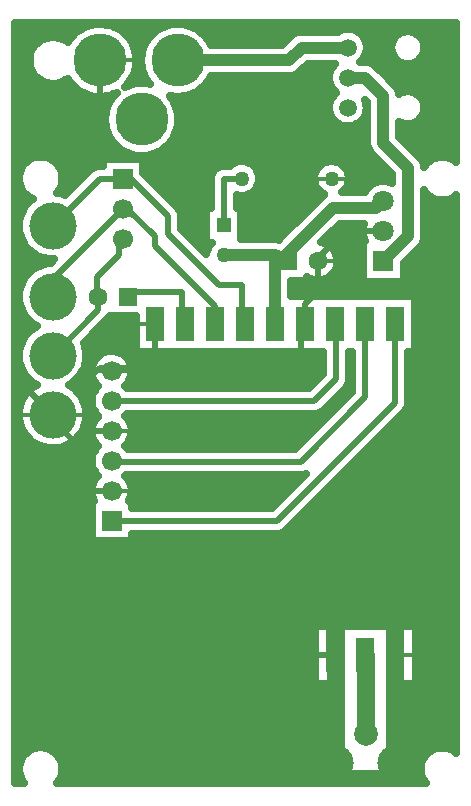
<source format=gbr>
G04 DipTrace 3.0.0.2*
G04 Top.gbr*
%MOMM*%
G04 #@! TF.FileFunction,Copper,L1,Top*
G04 #@! TF.Part,Single*
G04 #@! TA.AperFunction,Conductor*
%ADD13C,0.5*%
G04 #@! TA.AperFunction,ComponentPad*
%ADD14C,1.5*%
G04 #@! TA.AperFunction,Conductor*
%ADD15C,1.0*%
G04 #@! TA.AperFunction,CopperBalancing*
%ADD16C,0.635*%
%ADD17C,0.33*%
G04 #@! TA.AperFunction,ComponentPad*
%ADD18R,1.8X1.8*%
%ADD19C,1.8*%
%ADD20C,4.5*%
%ADD21R,1.6X1.6*%
%ADD22C,1.6*%
%ADD23R,1.6X3.0*%
G04 #@! TA.AperFunction,ComponentPad*
%ADD24C,1.27*%
%ADD25R,1.27X1.27*%
%ADD26C,3.0*%
%ADD27R,1.5X3.0*%
%ADD28C,2.0*%
%ADD29R,1.7X1.7*%
%ADD30C,1.7*%
%ADD31C,1.27*%
%ADD32C,4.0*%
%FSLAX35Y35*%
G04*
G71*
G90*
G75*
G01*
G04 Top*
%LPD*%
X3539757Y4968617D2*
D13*
Y5139757D1*
X3648067Y5248067D1*
Y5500000D1*
X2269757Y4968617D2*
Y4600000D1*
X1930000D1*
X1900000Y4570000D1*
X3539757Y4968617D2*
Y4860243D1*
X3500000Y4900000D1*
Y4600000D1*
X2269757D1*
X1900000Y4062000D2*
X1738000D1*
X1700000Y4100000D1*
Y4500000D1*
X1800000Y4600000D1*
X1870000D1*
X1900000Y4570000D1*
Y3554000D2*
X1746000D1*
X1700000Y3600000D1*
Y3854673D1*
Y4100000D1*
X1800000Y7200000D2*
Y6700000D1*
X1600000Y6500000D1*
X1200000D1*
X1100000Y6400000D1*
Y4500000D1*
X1400000Y4200000D1*
Y4154673D1*
X1700000Y3854673D1*
X4300000Y1500000D2*
D14*
Y2600000D1*
X3793757D1*
Y2168617D1*
X3800000Y1500000D2*
Y2600000D1*
X4301757D1*
Y2168617D1*
X3793757D2*
D13*
X2431383D1*
X1700000Y2900000D1*
Y3600000D1*
X4200000Y5754000D2*
X3879000D1*
X3648067Y5523067D1*
Y5500000D1*
X2460000Y7200000D2*
D15*
X3400000D1*
X3508000Y7308000D1*
X3900000D1*
X2850000Y5550000D2*
X3285757D1*
X3394067Y5500000D1*
X3285757Y4968617D2*
Y5550000D1*
X3394067Y5500000D2*
X3325000D1*
X3775000Y5950000D1*
X4142000D1*
X4200000Y6008000D1*
X4050000Y1500000D2*
D14*
Y2168617D1*
X4047757D1*
X1900000Y3300000D2*
D13*
X3300000D1*
X4301757Y4301757D1*
Y4968617D1*
X4047757D2*
Y4347757D1*
X3500000Y3800000D1*
X1908000D1*
X1900000Y3808000D1*
Y4316000D2*
X3616000D1*
X3800000Y4500000D1*
Y4962373D1*
X3793757Y4968617D1*
X2850000Y5804000D2*
Y6200000D1*
X3000000D1*
X2000000D2*
X2060000D1*
X2380000Y5880000D1*
Y5730000D1*
X2810000Y5300000D1*
X3000000D1*
Y4936860D1*
X3031757Y4968617D1*
X2000000Y6200000D2*
X1800000D1*
X1400000Y5800000D1*
X2777757Y4968617D2*
Y5122243D1*
X2270000Y5630000D1*
Y5710000D1*
X2034000Y5946000D1*
X2000000D1*
X1400000Y5346000D1*
Y5200000D1*
X2040000D2*
Y5240000D1*
X2500000D1*
Y4944860D1*
X2523757Y4968617D1*
X3900000Y7054000D2*
D15*
X4046000D1*
X4200000Y6900000D1*
Y6500000D1*
X4410000Y6290000D1*
Y5710000D1*
X4200000Y5500000D1*
X2000000Y5692000D2*
D13*
X1960000D1*
Y5550000D1*
X1780000Y5370000D1*
Y5200000D1*
X1786000D1*
Y5086000D1*
X1400000Y4700000D1*
X1088100Y7455083D2*
D16*
X1618683D1*
X1981253D2*
X2278737D1*
X2641307D2*
X3832503D1*
X3967490D2*
X4811917D1*
X1088100Y7391917D2*
X1344963D1*
X1465070D2*
X1551093D1*
X2048847D2*
X2211143D1*
X2708900D2*
X3395693D1*
X4041780D2*
X4290520D1*
X4525470D2*
X4811917D1*
X1088100Y7328750D2*
X1246490D1*
X2087543D2*
X2172450D1*
X4064230D2*
X4263857D1*
X4552137D2*
X4811917D1*
X1088100Y7265583D2*
X1210400D1*
X2108627D2*
X2151330D1*
X4059887D2*
X4268940D1*
X4547050D2*
X4811917D1*
X1088100Y7202417D2*
X1199360D1*
X4025657D2*
X4310860D1*
X4505257D2*
X4811917D1*
X1088100Y7139250D2*
X1208787D1*
X2109620D2*
X2150483D1*
X3535517D2*
X3759080D1*
X4156997D2*
X4811917D1*
X1088100Y7076083D2*
X1242520D1*
X2089777D2*
X2170217D1*
X3458003D2*
X3735890D1*
X4220127D2*
X4811917D1*
X1088100Y7012917D2*
X1329957D1*
X1480077D2*
X1547370D1*
X2052693D2*
X2207300D1*
X2712620D2*
X3739733D1*
X4283253D2*
X4811917D1*
X1088100Y6949750D2*
X1611863D1*
X2648130D2*
X3773220D1*
X4331003D2*
X4811917D1*
X1088100Y6886583D2*
X1901953D1*
X2408020D2*
X3759950D1*
X4523487D2*
X4811917D1*
X1088100Y6823417D2*
X1864997D1*
X2444980D2*
X3736137D1*
X4551640D2*
X4811917D1*
X1088100Y6760250D2*
X1845277D1*
X2464697D2*
X3739360D1*
X4547797D2*
X4811917D1*
X1088100Y6697083D2*
X1839323D1*
X2470650D2*
X3772103D1*
X4508233D2*
X4811917D1*
X1088100Y6633917D2*
X1846517D1*
X2463457D2*
X4059343D1*
X4340553D2*
X4811917D1*
X1088100Y6570750D2*
X1867600D1*
X2442373D2*
X4059343D1*
X4340553D2*
X4811917D1*
X1088100Y6507583D2*
X1906543D1*
X2403553D2*
X4059343D1*
X4388673D2*
X4811917D1*
X1088100Y6444417D2*
X1974507D1*
X2335467D2*
X4071497D1*
X4451800D2*
X4811917D1*
X1088100Y6381250D2*
X1260257D1*
X1339680D2*
X4122593D1*
X4514807D2*
X4660360D1*
X4739660D2*
X4811917D1*
X1088100Y6318083D2*
X1152110D1*
X1447830D2*
X1824317D1*
X2175600D2*
X2904807D1*
X3095233D2*
X3666807D1*
X3857233D2*
X4185723D1*
X1482310Y6254917D2*
X1694090D1*
X2175600D2*
X2749157D1*
X3143603D2*
X3618440D1*
X3905603D2*
X4248850D1*
X1490493Y6191750D2*
X1630840D1*
X2229053D2*
X2734400D1*
X3153897D2*
X3608143D1*
X3915897D2*
X4269437D1*
X1088100Y6128583D2*
X1123707D1*
X1476230D2*
X1567710D1*
X2292307D2*
X2734400D1*
X3135790D2*
X3626253D1*
X3897790D2*
X4067777D1*
X1088100Y6065417D2*
X1167737D1*
X2355433D2*
X2734400D1*
X3067453D2*
X3694590D1*
X1088100Y6002250D2*
X1193903D1*
X2418560D2*
X2734400D1*
X2965630D2*
X3631090D1*
X4550650D2*
X4811917D1*
X1088100Y5939083D2*
X1145660D1*
X2478217D2*
X2695827D1*
X3004200D2*
X3567837D1*
X4550650D2*
X4811917D1*
X2495580Y5875917D2*
X2695827D1*
X3004200D2*
X3504710D1*
X4550650D2*
X4811917D1*
X2495580Y5812750D2*
X2695827D1*
X3004200D2*
X3441580D1*
X3833917D2*
X4029577D1*
X4550650D2*
X4811917D1*
X2521253Y5749583D2*
X2695827D1*
X3004200D2*
X3378330D1*
X3770790D2*
X4019407D1*
X4550650D2*
X4811917D1*
X1088100Y5686417D2*
X1133010D1*
X2584503D2*
X2695827D1*
X3004200D2*
X3315200D1*
X3707660D2*
X4033050D1*
X4548540D2*
X4811917D1*
X1088100Y5623250D2*
X1170960D1*
X2647633D2*
X2715300D1*
X3763100D2*
X4019407D1*
X4518773D2*
X4811917D1*
X1088100Y5560083D2*
X1241157D1*
X3807377D2*
X4019407D1*
X4456267D2*
X4811917D1*
X1088100Y5496917D2*
X1390110D1*
X3818663D2*
X4019407D1*
X4393140D2*
X4811917D1*
X1088100Y5433750D2*
X1231857D1*
X3804770D2*
X4019407D1*
X4380613D2*
X4811917D1*
X1088100Y5370583D2*
X1166247D1*
X3755657D2*
X4019407D1*
X4380613D2*
X4811917D1*
X1088100Y5307417D2*
X1130403D1*
X3426377D2*
X4811917D1*
X3426377Y5244250D2*
X4811917D1*
X4472390Y5181083D2*
X4811917D1*
X1088100Y5117917D2*
X1121473D1*
X4472390D2*
X4811917D1*
X1088100Y5054750D2*
X1149257D1*
X4472390D2*
X4811917D1*
X1088100Y4991583D2*
X1200353D1*
X1852393D2*
X2099150D1*
X4472390D2*
X4811917D1*
X1088100Y4928417D2*
X1224413D1*
X1789267D2*
X2099150D1*
X4472390D2*
X4811917D1*
X1088100Y4865250D2*
X1162280D1*
X1726140D2*
X2099150D1*
X4472390D2*
X4811917D1*
X1088100Y4802083D2*
X1128297D1*
X1671693D2*
X2099150D1*
X4472390D2*
X4811917D1*
X1687940Y4738917D2*
X1882360D1*
X1917553D2*
X2099150D1*
X4472390D2*
X4811917D1*
X1689550Y4675750D2*
X1761437D1*
X2038553D2*
X3684420D1*
X4417323D2*
X4811917D1*
X1088100Y4612583D2*
X1123087D1*
X1676900D2*
X1729810D1*
X2070180D2*
X3684420D1*
X4417323D2*
X4811917D1*
X1088100Y4549417D2*
X1152480D1*
X1647507D2*
X1725593D1*
X2074397D2*
X3684420D1*
X4417323D2*
X4811917D1*
X1088100Y4486250D2*
X1206183D1*
X1593807D2*
X1746553D1*
X2053437D2*
X3625383D1*
X4417323D2*
X4811917D1*
X1088100Y4423083D2*
X1217470D1*
X1582520D2*
X1762553D1*
X3883900D2*
X3932057D1*
X4417323D2*
X4811917D1*
X1088100Y4359917D2*
X1158557D1*
X1641430D2*
X1730183D1*
X3820770D2*
X3899103D1*
X4417323D2*
X4811917D1*
X1088100Y4296750D2*
X1126310D1*
X1673677D2*
X1725470D1*
X3757643D2*
X3835850D1*
X4417200D2*
X4811917D1*
X1688683Y4233583D2*
X1745810D1*
X3694020D2*
X3772723D1*
X4393510D2*
X4811917D1*
X1689057Y4170417D2*
X1763667D1*
X2036320D2*
X3709597D1*
X4331250D2*
X4811917D1*
X1088100Y4107250D2*
X1124947D1*
X1675040D2*
X1730553D1*
X2069437D2*
X3646343D1*
X4268123D2*
X4811917D1*
X1088100Y4044083D2*
X1155953D1*
X1644037D2*
X1725343D1*
X2074643D2*
X3583217D1*
X4204997D2*
X4811917D1*
X1088100Y3980917D2*
X1212507D1*
X1587480D2*
X1745063D1*
X2054923D2*
X3520087D1*
X4141743D2*
X4811917D1*
X1088100Y3917750D2*
X1359600D1*
X1440390D2*
X1764783D1*
X2035203D2*
X3456837D1*
X4078617D2*
X4811917D1*
X1088100Y3854583D2*
X1730927D1*
X4015487D2*
X4811917D1*
X1088100Y3791417D2*
X1725220D1*
X3952237D2*
X4811917D1*
X1088100Y3728250D2*
X1744320D1*
X3889107D2*
X4811917D1*
X1088100Y3665083D2*
X1765900D1*
X2034090D2*
X3504213D1*
X3825980D2*
X4811917D1*
X1088100Y3601917D2*
X1731297D1*
X2068690D2*
X3441087D1*
X3762727D2*
X4811917D1*
X1088100Y3538750D2*
X1725097D1*
X2074893D2*
X3377833D1*
X3699600D2*
X4811917D1*
X1088100Y3475583D2*
X1743577D1*
X2056413D2*
X3314707D1*
X3636470D2*
X4811917D1*
X1088100Y3412417D2*
X1724353D1*
X2075637D2*
X3251577D1*
X3573220D2*
X4811917D1*
X1088100Y3349250D2*
X1724353D1*
X3510093D2*
X4811917D1*
X1088100Y3286083D2*
X1724353D1*
X3446963D2*
X4811917D1*
X1088100Y3222917D2*
X1724353D1*
X3383837D2*
X4811917D1*
X1088100Y3159750D2*
X1724353D1*
X2075637D2*
X4811917D1*
X1088100Y3096583D2*
X4811917D1*
X1088100Y3033417D2*
X4811917D1*
X1088100Y2970250D2*
X4811917D1*
X1088100Y2907083D2*
X4811917D1*
X1088100Y2843917D2*
X4811917D1*
X1088100Y2780750D2*
X4811917D1*
X1088100Y2717583D2*
X4811917D1*
X1088100Y2654417D2*
X4811917D1*
X1088100Y2591250D2*
X4811917D1*
X1088100Y2528083D2*
X3361957D1*
X1088100Y2464917D2*
X3361957D1*
X1088100Y2401750D2*
X3361957D1*
X1088100Y2338583D2*
X3361957D1*
X1088100Y2275417D2*
X3361957D1*
X1088100Y2212250D2*
X3361957D1*
X1088100Y2149083D2*
X3361957D1*
X1088100Y2085917D2*
X3361957D1*
X1088100Y2022750D2*
X3361957D1*
X1088100Y1959583D2*
X3361957D1*
X1088100Y1896417D2*
X3361957D1*
X1088100Y1833250D2*
X3361957D1*
X1088100Y1770083D2*
X3361957D1*
X1088100Y1706917D2*
X3361957D1*
X1088100Y1643750D2*
X3361957D1*
X1088100Y1580583D2*
X3361957D1*
X1088100Y1517417D2*
X3361957D1*
X1088100Y1454250D2*
X3361957D1*
X1088100Y1391083D2*
X3361957D1*
X1088100Y1327917D2*
X1161037D1*
X1439023D2*
X3361957D1*
X1088100Y1264750D2*
X1121103D1*
X1478837D2*
X3361957D1*
X1490617Y1201583D2*
X3361957D1*
X1088100Y1138417D2*
X1119987D1*
X1480077D2*
X3361957D1*
X4374290Y5484410D2*
Y5325710D1*
X4025710D1*
Y5674290D1*
X4044933D1*
X4035467Y5696500D1*
X4028863Y5721003D1*
X4025883Y5746203D1*
X4026597Y5771573D1*
X4030987Y5796567D1*
X4037030Y5815743D1*
X3830577Y5815710D1*
X3676760Y5661843D1*
X3698540Y5656347D1*
X3722013Y5646707D1*
X3743720Y5633570D1*
X3763150Y5617250D1*
X3779833Y5598130D1*
X3793370Y5576667D1*
X3803443Y5553377D1*
X3809810Y5528813D1*
X3812317Y5503563D1*
X3811253Y5480993D1*
X3806380Y5456090D1*
X3797730Y5432237D1*
X3785510Y5409997D1*
X3770010Y5389907D1*
X3751603Y5372440D1*
X3730727Y5358020D1*
X3707877Y5346983D1*
X3683600Y5339600D1*
X3658477Y5336040D1*
X3633103Y5336393D1*
X3608087Y5340650D1*
X3584027Y5348707D1*
X3561493Y5360370D1*
X3558347Y5362407D1*
X3558357Y5335710D1*
X3420070D1*
X3420047Y5202860D1*
X4466047Y5202907D1*
Y4734327D1*
X4411103D1*
X4410710Y4293183D1*
X4408027Y4276243D1*
X4402727Y4259933D1*
X4394943Y4244653D1*
X4384860Y4230777D1*
X4266783Y4112223D1*
X3370977Y3216897D1*
X3357103Y3206813D1*
X3341823Y3199030D1*
X3325513Y3193730D1*
X3308573Y3191047D1*
X3141250Y3190710D1*
X2069317D1*
X2069290Y3130710D1*
X1730710D1*
Y3469290D1*
X1753407D1*
X1741917Y3493433D1*
X1734637Y3517743D1*
X1731077Y3542867D1*
X1731310Y3568243D1*
X1735333Y3593297D1*
X1743060Y3617470D1*
X1754310Y3640217D1*
X1768833Y3661023D1*
X1786303Y3679430D1*
X1788080Y3680977D1*
X1771270Y3698053D1*
X1755657Y3719547D1*
X1743597Y3743217D1*
X1735387Y3768480D1*
X1731233Y3794717D1*
Y3821283D1*
X1735387Y3847520D1*
X1743597Y3872783D1*
X1755657Y3896453D1*
X1771270Y3917947D1*
X1788110Y3934930D1*
X1770900Y3952493D1*
X1755980Y3973020D1*
X1744297Y3995547D1*
X1736113Y4019567D1*
X1731613Y4044540D1*
X1730893Y4069907D1*
X1733977Y4095097D1*
X1740790Y4119540D1*
X1751177Y4142693D1*
X1764910Y4164030D1*
X1781680Y4183077D1*
X1788080Y4188977D1*
X1771270Y4206053D1*
X1755657Y4227547D1*
X1743597Y4251217D1*
X1735387Y4276480D1*
X1731233Y4302717D1*
Y4329283D1*
X1735387Y4355520D1*
X1743597Y4380783D1*
X1755657Y4404453D1*
X1771270Y4425947D1*
X1788110Y4442930D1*
X1770900Y4460493D1*
X1755980Y4481020D1*
X1744297Y4503547D1*
X1736113Y4527567D1*
X1731613Y4552540D1*
X1730893Y4577907D1*
X1733977Y4603097D1*
X1740790Y4627540D1*
X1751177Y4650693D1*
X1764910Y4672030D1*
X1781680Y4691077D1*
X1801107Y4707403D1*
X1822757Y4720640D1*
X1846143Y4730493D1*
X1870737Y4736743D1*
X1895990Y4739243D1*
X1921333Y4737940D1*
X1946197Y4732867D1*
X1970020Y4724130D1*
X1992273Y4711933D1*
X2012453Y4696543D1*
X2030103Y4678313D1*
X2044833Y4657650D1*
X2056307Y4635017D1*
X2064270Y4610920D1*
X2068540Y4585907D1*
X2069170Y4563650D1*
X2066320Y4538437D1*
X2059733Y4513930D1*
X2049560Y4490683D1*
X2036023Y4469220D1*
X2019430Y4450020D1*
X2011900Y4443003D1*
X2029277Y4425253D1*
X3570720Y4425290D1*
X3690700Y4545260D1*
X3690710Y4734280D1*
X2613467Y4734327D1*
X2105467D1*
Y5035727D1*
X1883027Y5035710D1*
X1874417Y5021760D1*
X1863280Y5008720D1*
X1662890Y4808330D1*
X1670377Y4787850D1*
X1676437Y4766367D1*
X1680790Y4744473D1*
X1683413Y4722307D1*
X1684290Y4700000D1*
X1683413Y4677693D1*
X1680790Y4655527D1*
X1676437Y4633633D1*
X1670377Y4612150D1*
X1662650Y4591207D1*
X1653303Y4570937D1*
X1642397Y4551460D1*
X1629997Y4532900D1*
X1616177Y4515370D1*
X1601023Y4498977D1*
X1584630Y4483823D1*
X1567100Y4470003D1*
X1535227Y4450147D1*
X1561380Y4434047D1*
X1586460Y4414600D1*
X1609213Y4392483D1*
X1629363Y4367967D1*
X1646653Y4341360D1*
X1660873Y4312990D1*
X1671840Y4283210D1*
X1679420Y4252397D1*
X1683520Y4220927D1*
X1684220Y4193650D1*
X1681740Y4162013D1*
X1675753Y4130850D1*
X1666327Y4100550D1*
X1653583Y4071487D1*
X1637683Y4044027D1*
X1618817Y4018507D1*
X1597227Y3995250D1*
X1573180Y3974547D1*
X1546973Y3956650D1*
X1518937Y3941787D1*
X1489417Y3930140D1*
X1458783Y3921853D1*
X1427420Y3917037D1*
X1395713Y3915743D1*
X1364057Y3917990D1*
X1332853Y3923753D1*
X1302483Y3932960D1*
X1273330Y3945490D1*
X1245753Y3961193D1*
X1220100Y3979873D1*
X1196687Y4001293D1*
X1175807Y4025190D1*
X1157720Y4051267D1*
X1142653Y4079193D1*
X1130793Y4108627D1*
X1122287Y4139200D1*
X1117240Y4170530D1*
X1115720Y4202227D1*
X1117737Y4233897D1*
X1123273Y4265143D1*
X1132257Y4295577D1*
X1144577Y4324823D1*
X1160080Y4352510D1*
X1178573Y4378300D1*
X1199823Y4401867D1*
X1223570Y4422920D1*
X1249513Y4441193D1*
X1264673Y4450000D1*
X1232900Y4470003D1*
X1215370Y4483823D1*
X1198977Y4498977D1*
X1183823Y4515370D1*
X1170003Y4532900D1*
X1157603Y4551460D1*
X1146697Y4570937D1*
X1137350Y4591207D1*
X1129623Y4612150D1*
X1123563Y4633633D1*
X1119210Y4655527D1*
X1116587Y4677693D1*
X1115710Y4700000D1*
X1116587Y4722307D1*
X1119210Y4744473D1*
X1123563Y4766367D1*
X1129623Y4787850D1*
X1137350Y4808793D1*
X1146697Y4829063D1*
X1157603Y4848540D1*
X1170003Y4867100D1*
X1183823Y4884630D1*
X1198977Y4901023D1*
X1215370Y4916177D1*
X1232900Y4929997D1*
X1264773Y4949853D1*
X1232900Y4970003D1*
X1215370Y4983823D1*
X1198977Y4998977D1*
X1183823Y5015370D1*
X1170003Y5032900D1*
X1157603Y5051460D1*
X1146697Y5070937D1*
X1137350Y5091207D1*
X1129623Y5112150D1*
X1123563Y5133633D1*
X1119210Y5155527D1*
X1116587Y5177693D1*
X1115710Y5200000D1*
X1116587Y5222307D1*
X1119210Y5244473D1*
X1123563Y5266367D1*
X1129623Y5287850D1*
X1137350Y5308793D1*
X1146697Y5329063D1*
X1157603Y5348540D1*
X1170003Y5367100D1*
X1183823Y5384630D1*
X1198977Y5401023D1*
X1215370Y5416177D1*
X1232900Y5429997D1*
X1251460Y5442397D1*
X1270937Y5453303D1*
X1291207Y5462650D1*
X1312150Y5470377D1*
X1333633Y5476437D1*
X1355527Y5480790D1*
X1383183Y5483630D1*
X1415593Y5516153D1*
X1377693Y5516587D1*
X1355527Y5519210D1*
X1333633Y5523563D1*
X1312150Y5529623D1*
X1291207Y5537350D1*
X1270937Y5546697D1*
X1251460Y5557603D1*
X1232900Y5570003D1*
X1215370Y5583823D1*
X1198977Y5598977D1*
X1183823Y5615370D1*
X1170003Y5632900D1*
X1157603Y5651460D1*
X1146697Y5670937D1*
X1137350Y5691207D1*
X1129623Y5712150D1*
X1123563Y5733633D1*
X1119210Y5755527D1*
X1116587Y5777693D1*
X1115710Y5800000D1*
X1116587Y5822307D1*
X1119210Y5844473D1*
X1123563Y5866367D1*
X1129623Y5887850D1*
X1137350Y5908793D1*
X1146697Y5929063D1*
X1157603Y5948540D1*
X1170003Y5967100D1*
X1183823Y5984630D1*
X1198977Y6001023D1*
X1215370Y6016177D1*
X1231460Y6028863D1*
X1203710Y6042867D1*
X1180313Y6059863D1*
X1159863Y6080313D1*
X1142867Y6103710D1*
X1129737Y6129477D1*
X1120803Y6156980D1*
X1116277Y6185540D1*
Y6214460D1*
X1120803Y6243020D1*
X1129737Y6270523D1*
X1142867Y6296290D1*
X1159863Y6319687D1*
X1180313Y6340137D1*
X1203710Y6357133D1*
X1229477Y6370263D1*
X1256980Y6379197D1*
X1285540Y6383723D1*
X1314460D1*
X1343020Y6379197D1*
X1370523Y6370263D1*
X1396290Y6357133D1*
X1419687Y6340137D1*
X1440137Y6319687D1*
X1457133Y6296290D1*
X1470263Y6270523D1*
X1479197Y6243020D1*
X1483723Y6214460D1*
Y6185540D1*
X1479197Y6156980D1*
X1470263Y6129477D1*
X1457133Y6103710D1*
X1440940Y6081333D1*
X1466367Y6076437D1*
X1487850Y6070377D1*
X1508383Y6062800D1*
X1729023Y6283103D1*
X1742897Y6293187D1*
X1758177Y6300970D1*
X1774487Y6306270D1*
X1791427Y6308953D1*
X1830633Y6309290D1*
X1830710Y6369290D1*
X2169290D1*
Y6245143D1*
X2463103Y5950977D1*
X2473187Y5937103D1*
X2480970Y5921823D1*
X2486270Y5905513D1*
X2488953Y5888573D1*
X2489290Y5775200D1*
X2702747Y5561813D1*
X2706293Y5584500D1*
X2713460Y5606557D1*
X2723987Y5627220D1*
X2737620Y5645983D1*
X2747327Y5656197D1*
X2702210Y5656210D1*
Y5951790D1*
X2740783D1*
X2741047Y6208573D1*
X2743730Y6225513D1*
X2749030Y6241823D1*
X2756813Y6257103D1*
X2766897Y6270977D1*
X2779023Y6283103D1*
X2792897Y6293187D1*
X2808177Y6300970D1*
X2824487Y6306270D1*
X2841427Y6308953D1*
X2900477Y6309290D1*
X2913130Y6319563D1*
X2932903Y6331683D1*
X2954330Y6340557D1*
X2976880Y6345970D1*
X3000000Y6347790D1*
X3023120Y6345970D1*
X3045670Y6340557D1*
X3067097Y6331683D1*
X3086870Y6319563D1*
X3104503Y6304503D1*
X3119563Y6286870D1*
X3131683Y6267097D1*
X3140557Y6245670D1*
X3145970Y6223120D1*
X3147790Y6200000D1*
X3145970Y6176880D1*
X3140557Y6154330D1*
X3131683Y6132903D1*
X3119563Y6113130D1*
X3104503Y6095497D1*
X3086870Y6080437D1*
X3067097Y6068317D1*
X3045670Y6059443D1*
X3023120Y6054030D1*
X3000000Y6052210D1*
X2976880Y6054030D1*
X2959260Y6058053D1*
X2959290Y5951830D1*
X2997790Y5951790D1*
Y5684270D1*
X3296293Y5683877D1*
X3312947Y5681473D1*
X3319847Y5684760D1*
X3687787Y6052117D1*
X3696853Y6059170D1*
X3697900Y6066833D1*
X3681313Y6076180D1*
X3666067Y6087577D1*
X3652413Y6100843D1*
X3640577Y6115750D1*
X3630753Y6132057D1*
X3623107Y6149493D1*
X3617767Y6167767D1*
X3614820Y6186573D1*
X3614317Y6205603D1*
X3616260Y6224540D1*
X3620627Y6243070D1*
X3627333Y6260887D1*
X3636277Y6277690D1*
X3647307Y6293207D1*
X3660240Y6307177D1*
X3674860Y6319367D1*
X3690927Y6329580D1*
X3708173Y6337640D1*
X3726313Y6343417D1*
X3745043Y6346813D1*
X3764057Y6347777D1*
X3783033Y6346287D1*
X3801663Y6342367D1*
X3819637Y6336090D1*
X3836650Y6327550D1*
X3852427Y6316897D1*
X3866703Y6304303D1*
X3879240Y6289980D1*
X3889833Y6274163D1*
X3898307Y6257117D1*
X3904520Y6239120D1*
X3908363Y6220477D1*
X3909790Y6200000D1*
X3908563Y6181003D1*
X3904907Y6162320D1*
X3898877Y6144263D1*
X3890577Y6127130D1*
X3880143Y6111210D1*
X3867750Y6096760D1*
X3853890Y6084260D1*
X4043263Y6084290D1*
X4058997Y6110447D1*
X4076760Y6131240D1*
X4097553Y6149003D1*
X4120873Y6163293D1*
X4146140Y6173760D1*
X4172737Y6180143D1*
X4200000Y6182290D1*
X4227263Y6180143D1*
X4253860Y6173760D1*
X4275777Y6164837D1*
X4275710Y6234497D1*
X4097887Y6412787D1*
X4085500Y6429833D1*
X4075933Y6448610D1*
X4069420Y6468650D1*
X4066123Y6489463D1*
X4065710Y6595250D1*
Y6844413D1*
X4045670Y6864413D1*
X4051493Y6849223D1*
X4057330Y6824920D1*
X4059290Y6800000D1*
X4057330Y6775080D1*
X4051493Y6750777D1*
X4041930Y6727683D1*
X4028867Y6706373D1*
X4012637Y6687363D1*
X3993627Y6671133D1*
X3972317Y6658070D1*
X3949223Y6648507D1*
X3924920Y6642670D1*
X3900000Y6640710D1*
X3875080Y6642670D1*
X3850777Y6648507D1*
X3827683Y6658070D1*
X3806373Y6671133D1*
X3787363Y6687363D1*
X3771133Y6706373D1*
X3758070Y6727683D1*
X3748507Y6750777D1*
X3742670Y6775080D1*
X3740710Y6800000D1*
X3742670Y6824920D1*
X3748507Y6849223D1*
X3758070Y6872317D1*
X3771133Y6893627D1*
X3787363Y6912637D1*
X3803953Y6926963D1*
X3787363Y6941363D1*
X3771133Y6960373D1*
X3758070Y6981683D1*
X3748507Y7004777D1*
X3742670Y7029080D1*
X3740710Y7054000D1*
X3742670Y7078920D1*
X3748507Y7103223D1*
X3758070Y7126317D1*
X3771133Y7147627D1*
X3787363Y7166637D1*
X3795080Y7173767D1*
X3563523Y7173710D1*
X3487213Y7097887D1*
X3470167Y7085500D1*
X3451390Y7075933D1*
X3431350Y7069420D1*
X3410537Y7066123D1*
X3304750Y7065710D1*
X2738583D1*
X2723713Y7038397D1*
X2710220Y7018203D1*
X2695187Y6999133D1*
X2678700Y6981300D1*
X2660867Y6964813D1*
X2641797Y6949780D1*
X2621603Y6936287D1*
X2600413Y6924420D1*
X2578360Y6914253D1*
X2555577Y6905847D1*
X2532203Y6899257D1*
X2508383Y6894517D1*
X2484267Y6891663D1*
X2460000Y6890710D1*
X2435733Y6891663D1*
X2411617Y6894517D1*
X2392357Y6898350D1*
X2405220Y6881797D1*
X2418713Y6861603D1*
X2430580Y6840413D1*
X2440747Y6818360D1*
X2449153Y6795577D1*
X2455743Y6772203D1*
X2460483Y6748383D1*
X2463337Y6724267D1*
X2464290Y6700000D1*
X2463337Y6675733D1*
X2460483Y6651617D1*
X2455743Y6627797D1*
X2449153Y6604423D1*
X2440747Y6581640D1*
X2430580Y6559587D1*
X2418713Y6538397D1*
X2405220Y6518203D1*
X2390187Y6499133D1*
X2373700Y6481300D1*
X2355867Y6464813D1*
X2336797Y6449780D1*
X2316603Y6436287D1*
X2295413Y6424420D1*
X2273360Y6414253D1*
X2250577Y6405847D1*
X2227203Y6399257D1*
X2203383Y6394517D1*
X2179267Y6391663D1*
X2155000Y6390710D1*
X2130733Y6391663D1*
X2106617Y6394517D1*
X2082797Y6399257D1*
X2059423Y6405847D1*
X2036640Y6414253D1*
X2014587Y6424420D1*
X1993397Y6436287D1*
X1973203Y6449780D1*
X1954133Y6464813D1*
X1936300Y6481300D1*
X1919813Y6499133D1*
X1904780Y6518203D1*
X1891287Y6538397D1*
X1879420Y6559587D1*
X1869253Y6581640D1*
X1860847Y6604423D1*
X1854257Y6627797D1*
X1849517Y6651617D1*
X1846663Y6675733D1*
X1845710Y6700000D1*
X1846663Y6724267D1*
X1849517Y6748383D1*
X1854257Y6772203D1*
X1860847Y6795577D1*
X1869253Y6818360D1*
X1879420Y6840413D1*
X1891287Y6861603D1*
X1904780Y6881797D1*
X1919813Y6900867D1*
X1945147Y6926880D1*
X1914723Y6912773D1*
X1884687Y6902530D1*
X1853757Y6895417D1*
X1822263Y6891513D1*
X1790533Y6890853D1*
X1758903Y6893453D1*
X1727707Y6899277D1*
X1697270Y6908270D1*
X1667917Y6920333D1*
X1639953Y6935340D1*
X1613673Y6953133D1*
X1589357Y6973527D1*
X1567260Y6996303D1*
X1547610Y7021227D1*
X1531700Y7046163D1*
X1509130Y7030077D1*
X1481263Y7015880D1*
X1451523Y7006217D1*
X1420637Y7001323D1*
X1389363D1*
X1358477Y7006217D1*
X1328737Y7015880D1*
X1300870Y7030077D1*
X1275570Y7048460D1*
X1253460Y7070570D1*
X1235077Y7095870D1*
X1220880Y7123737D1*
X1211217Y7153477D1*
X1206323Y7184363D1*
Y7215637D1*
X1211217Y7246523D1*
X1220880Y7276263D1*
X1235077Y7304130D1*
X1253460Y7329430D1*
X1275570Y7351540D1*
X1300870Y7369923D1*
X1328737Y7384120D1*
X1358477Y7393783D1*
X1389363Y7398677D1*
X1420637D1*
X1451523Y7393783D1*
X1481263Y7384120D1*
X1509130Y7369923D1*
X1531597Y7353773D1*
X1551200Y7383737D1*
X1571337Y7408263D1*
X1593883Y7430600D1*
X1618600Y7450507D1*
X1645223Y7467777D1*
X1673480Y7482230D1*
X1703067Y7493707D1*
X1733673Y7502093D1*
X1764980Y7507300D1*
X1796657Y7509273D1*
X1828367Y7507987D1*
X1859777Y7503460D1*
X1890560Y7495737D1*
X1920387Y7484900D1*
X1948947Y7471063D1*
X1975940Y7454373D1*
X2001080Y7435003D1*
X2024103Y7413160D1*
X2044767Y7389073D1*
X2062853Y7362997D1*
X2078173Y7335203D1*
X2090563Y7305983D1*
X2099897Y7275650D1*
X2106070Y7244520D1*
X2109020Y7212923D1*
X2108703Y7180963D1*
X2105127Y7149427D1*
X2098340Y7118427D1*
X2088410Y7088283D1*
X2075443Y7059317D1*
X2059577Y7031833D1*
X2040977Y7006117D1*
X2019840Y6982443D1*
X2010670Y6973553D1*
X2036640Y6985747D1*
X2059423Y6994153D1*
X2082797Y7000743D1*
X2106617Y7005483D1*
X2130733Y7008337D1*
X2155000Y7009290D1*
X2179267Y7008337D1*
X2203383Y7005483D1*
X2222643Y7001650D1*
X2209780Y7018203D1*
X2196287Y7038397D1*
X2184420Y7059587D1*
X2174253Y7081640D1*
X2165847Y7104423D1*
X2159257Y7127797D1*
X2154517Y7151617D1*
X2151663Y7175733D1*
X2150710Y7200000D1*
X2151663Y7224267D1*
X2154517Y7248383D1*
X2159257Y7272203D1*
X2165847Y7295577D1*
X2174253Y7318360D1*
X2184420Y7340413D1*
X2196287Y7361603D1*
X2209780Y7381797D1*
X2224813Y7400867D1*
X2241300Y7418700D1*
X2259133Y7435187D1*
X2278203Y7450220D1*
X2298397Y7463713D1*
X2319587Y7475580D1*
X2341640Y7485747D1*
X2364423Y7494153D1*
X2387797Y7500743D1*
X2411617Y7505483D1*
X2435733Y7508337D1*
X2460000Y7509290D1*
X2484267Y7508337D1*
X2508383Y7505483D1*
X2532203Y7500743D1*
X2555577Y7494153D1*
X2578360Y7485747D1*
X2600413Y7475580D1*
X2621603Y7463713D1*
X2641797Y7450220D1*
X2660867Y7435187D1*
X2678700Y7418700D1*
X2695187Y7400867D1*
X2710220Y7381797D1*
X2723713Y7361603D1*
X2738400Y7334297D1*
X3344410Y7334290D1*
X3420787Y7410113D1*
X3437833Y7422500D1*
X3456610Y7432067D1*
X3476650Y7438580D1*
X3497463Y7441877D1*
X3603250Y7442290D1*
X3814213D1*
X3839043Y7455163D1*
X3862813Y7462890D1*
X3887503Y7466800D1*
X3912497D1*
X3937187Y7462890D1*
X3960957Y7455163D1*
X3983230Y7443817D1*
X4003450Y7429127D1*
X4021127Y7411450D1*
X4035817Y7391230D1*
X4047163Y7368957D1*
X4054890Y7345187D1*
X4058800Y7320497D1*
Y7295503D1*
X4054890Y7270813D1*
X4047163Y7247043D1*
X4035817Y7224770D1*
X4021127Y7204550D1*
X4004920Y7188233D1*
X4056537Y7187877D1*
X4077350Y7184580D1*
X4097390Y7178067D1*
X4116167Y7168500D1*
X4133213Y7156113D1*
X4208310Y7081607D1*
X4302113Y6987213D1*
X4314500Y6970167D1*
X4324067Y6951390D1*
X4330580Y6931350D1*
X4332747Y6920067D1*
X4335220Y6918763D1*
X4354697Y6928687D1*
X4375483Y6935440D1*
X4397070Y6938860D1*
X4418930D1*
X4440517Y6935440D1*
X4461303Y6928687D1*
X4480780Y6918763D1*
X4498460Y6905917D1*
X4513917Y6890460D1*
X4526763Y6872780D1*
X4536687Y6853303D1*
X4543440Y6832517D1*
X4546860Y6810930D1*
Y6789070D1*
X4543440Y6767483D1*
X4536687Y6746697D1*
X4526763Y6727220D1*
X4513917Y6709540D1*
X4498460Y6694083D1*
X4480780Y6681237D1*
X4461303Y6671313D1*
X4440517Y6664560D1*
X4418930Y6661140D1*
X4397070D1*
X4375483Y6664560D1*
X4354697Y6671313D1*
X4334263Y6681877D1*
X4334290Y6555587D1*
X4512113Y6377213D1*
X4524500Y6360167D1*
X4534067Y6341390D1*
X4540580Y6321350D1*
X4543913Y6299590D1*
X4569687Y6330313D1*
X4591677Y6349093D1*
X4616333Y6364203D1*
X4643050Y6375270D1*
X4671170Y6382020D1*
X4700000Y6384290D1*
X4728830Y6382020D1*
X4756950Y6375270D1*
X4783667Y6364203D1*
X4808323Y6349093D1*
X4818250Y6341750D1*
Y7518250D1*
X1081750D1*
Y1081750D1*
X1158770D1*
X1142867Y1103710D1*
X1129737Y1129477D1*
X1120803Y1156980D1*
X1116277Y1185540D1*
Y1214460D1*
X1120803Y1243020D1*
X1129737Y1270523D1*
X1142867Y1296290D1*
X1159863Y1319687D1*
X1180313Y1340137D1*
X1203710Y1357133D1*
X1229477Y1370263D1*
X1256980Y1379197D1*
X1285540Y1383723D1*
X1314460D1*
X1343020Y1379197D1*
X1370523Y1370263D1*
X1396290Y1357133D1*
X1419687Y1340137D1*
X1440137Y1319687D1*
X1457133Y1296290D1*
X1470263Y1270523D1*
X1479197Y1243020D1*
X1483723Y1214460D1*
Y1185540D1*
X1479197Y1156980D1*
X1470263Y1129477D1*
X1457133Y1103710D1*
X1441220Y1081690D1*
X3368250Y1081750D1*
X3368640Y2504967D1*
X3371710Y2514413D1*
X3377550Y2522450D1*
X3385587Y2528290D1*
X3395033Y2531360D1*
X3431750Y2531750D1*
X4818250D1*
Y6058603D1*
X4796290Y6042867D1*
X4770523Y6029737D1*
X4743020Y6020803D1*
X4714460Y6016277D1*
X4685540D1*
X4656980Y6020803D1*
X4629477Y6029737D1*
X4603710Y6042867D1*
X4580313Y6059863D1*
X4559863Y6080313D1*
X4544280Y6101593D1*
X4543877Y5699463D1*
X4540580Y5678650D1*
X4534067Y5658610D1*
X4524500Y5639833D1*
X4512117Y5622787D1*
X4437607Y5547690D1*
X4374377Y5484460D1*
X3938577Y4734327D2*
X3909307D1*
X3908953Y4491427D1*
X3906270Y4474487D1*
X3900970Y4458177D1*
X3893187Y4442897D1*
X3883107Y4429020D1*
X3765027Y4310467D1*
X3686980Y4232893D1*
X3673103Y4222813D1*
X3657823Y4215030D1*
X3641513Y4209730D1*
X3624573Y4207047D1*
X3457250Y4206710D1*
X2028730Y4206053D1*
X2011890Y4189070D1*
X2030103Y4170313D1*
X2044833Y4149650D1*
X2056307Y4127017D1*
X2064270Y4102920D1*
X2068540Y4077907D1*
X2069170Y4055650D1*
X2066320Y4030437D1*
X2059733Y4005930D1*
X2049560Y3982683D1*
X2036023Y3961220D1*
X2019430Y3942020D1*
X2011900Y3935003D1*
X2028730Y3917947D1*
X2035577Y3909260D1*
X3454697Y3909290D1*
X3938470Y4393030D1*
X3938467Y4734337D1*
X2046600Y3469290D2*
X2069290D1*
Y3409137D1*
X3254707Y3409290D1*
X3546587Y3701147D1*
X3525513Y3693730D1*
X3508573Y3691047D1*
X3341250Y3690710D1*
X2022013D1*
X2011890Y3681070D1*
X2030103Y3662313D1*
X2044833Y3641650D1*
X2056307Y3619017D1*
X2064270Y3594920D1*
X2068540Y3569907D1*
X2069170Y3547650D1*
X2066320Y3522437D1*
X2059733Y3497930D1*
X2049560Y3474683D1*
X2046563Y3469283D1*
X4546860Y7297070D2*
X4543440Y7275483D1*
X4536687Y7254697D1*
X4526763Y7235220D1*
X4513917Y7217540D1*
X4498460Y7202083D1*
X4480780Y7189237D1*
X4461303Y7179313D1*
X4440517Y7172560D1*
X4418930Y7169140D1*
X4397070D1*
X4375483Y7172560D1*
X4354697Y7179313D1*
X4335220Y7189237D1*
X4317540Y7202083D1*
X4302083Y7217540D1*
X4289237Y7235220D1*
X4279313Y7254697D1*
X4272560Y7275483D1*
X4269140Y7297070D1*
Y7318930D1*
X4272560Y7340517D1*
X4279313Y7361303D1*
X4289237Y7380780D1*
X4302083Y7398460D1*
X4317540Y7413917D1*
X4335220Y7426763D1*
X4354697Y7436687D1*
X4375483Y7443440D1*
X4397070Y7446860D1*
X4418930D1*
X4440517Y7443440D1*
X4461303Y7436687D1*
X4480780Y7426763D1*
X4498460Y7413917D1*
X4513917Y7398460D1*
X4526763Y7380780D1*
X4536687Y7361303D1*
X4543440Y7340517D1*
X4546860Y7318930D1*
Y7297070D1*
X4025833Y5754000D2*
D17*
X4200000D1*
X1800000Y7200000D2*
X2109167D1*
X3648067Y5500000D2*
X3812233D1*
X2105590Y4968617D2*
X2269757D1*
X1730833Y3554000D2*
X2069167D1*
X1730833Y4062000D2*
X2069167D1*
X1730833Y4570000D2*
X2069167D1*
X3614333Y6200000D2*
X3909667D1*
X1115833Y4200000D2*
X1684167D1*
X3338100Y2505083D2*
D16*
X4811883D1*
X3338100Y2441917D2*
X4811883D1*
X3338100Y2378750D2*
X3613072D1*
X4482402D2*
X4811883D1*
X3338100Y2315583D2*
X3613072D1*
X4482402D2*
X4811883D1*
X3338100Y2252417D2*
X3613072D1*
X4482402D2*
X4811883D1*
X3338100Y2189250D2*
X3613072D1*
X4482402D2*
X4811883D1*
X3338100Y2126083D2*
X3613072D1*
X4482402D2*
X4811883D1*
X3338100Y2062917D2*
X3613072D1*
X4482402D2*
X4811883D1*
X3338100Y1999750D2*
X3613072D1*
X4482402D2*
X4811883D1*
X3338100Y1936583D2*
X3613072D1*
X4482402D2*
X4811883D1*
X3338100Y1873417D2*
X3805309D1*
X4294755D2*
X4811883D1*
X3338100Y1810250D2*
X3805309D1*
X4294755D2*
X4811883D1*
X3338100Y1747083D2*
X3805309D1*
X4294755D2*
X4811883D1*
X3338100Y1683917D2*
X3624358D1*
X4475581D2*
X4811883D1*
X4133817Y2412907D2*
X4476047D1*
Y1924327D1*
X4288399D1*
X4288417Y1744388D1*
X4469290Y1744290D1*
Y1681658D1*
X4818250Y1681750D1*
Y2568250D1*
X3331750D1*
Y1681750D1*
X3630771D1*
X3630710Y1744290D1*
X3811660D1*
X3811583Y1924216D1*
X3619467Y1924327D1*
Y2412907D1*
X4222047Y2412783D1*
X4301757Y2168617D2*
D17*
X4475923D1*
X3619591D2*
X3793757D1*
X3338100Y1655083D2*
D16*
X3700510D1*
X4399430D2*
X4811883D1*
X3338100Y1591917D2*
X3700260D1*
X4399680D2*
X4811883D1*
X3338100Y1528750D2*
X3700260D1*
X4399680D2*
X4811883D1*
X3338100Y1465583D2*
X3700260D1*
X4399680D2*
X4811883D1*
X3338100Y1402417D2*
X3700260D1*
X4399680D2*
X4811883D1*
X3338100Y1339250D2*
X3700260D1*
X4399680D2*
X4576363D1*
X3338100Y1276083D2*
X3700260D1*
X4399680D2*
X4528240D1*
X3338100Y1212917D2*
X3700260D1*
X4399680D2*
X4511993D1*
X3338100Y1149750D2*
X4518690D1*
X3338100Y1086583D2*
X4551187D1*
X4561580Y1081707D2*
X4544750Y1104863D1*
X4531777Y1130320D1*
X4522947Y1157493D1*
X4518477Y1185713D1*
Y1214287D1*
X4522947Y1242507D1*
X4531777Y1269680D1*
X4544750Y1295137D1*
X4561543Y1318253D1*
X4581747Y1338457D1*
X4604863Y1355250D1*
X4630320Y1368223D1*
X4657493Y1377053D1*
X4685713Y1381523D1*
X4714287D1*
X4742507Y1377053D1*
X4769680Y1368223D1*
X4795137Y1355250D1*
X4818293Y1338420D1*
X4818250Y1718250D1*
X4268453D1*
X4268417Y1693290D1*
X4356793Y1692883D1*
X4366613Y1690113D1*
X4375520Y1685123D1*
X4383013Y1678197D1*
X4388683Y1669710D1*
X4392217Y1660137D1*
X4393417Y1650000D1*
X4392883Y1193207D1*
X4390113Y1183387D1*
X4385123Y1174480D1*
X4378197Y1166987D1*
X4369710Y1161317D1*
X4360137Y1157783D1*
X4350000Y1156583D1*
X3746593Y1156717D1*
X3736583Y1158707D1*
X3727313Y1162980D1*
X3719300Y1169300D1*
X3712980Y1177313D1*
X3708707Y1186583D1*
X3706717Y1196593D1*
Y1653407D1*
X3708707Y1663417D1*
X3712980Y1672687D1*
X3719300Y1680700D1*
X3727313Y1687020D1*
X3736583Y1691293D1*
X3746593Y1693283D1*
X3831730Y1693417D1*
X3831583Y1718337D1*
X3331750Y1718250D1*
Y1081750D1*
X4561443D1*
D18*
X4200000Y5500000D3*
D19*
Y6008000D3*
Y5754000D3*
D20*
X1800000Y7200000D3*
X2155000Y6700000D3*
X2460000Y7200000D3*
D21*
X3394067Y5500000D3*
D22*
X3648067D3*
D23*
X4301757Y2168617D3*
X4047757D3*
X3793757D3*
X4301757Y4968617D3*
X4047757D3*
X3793757D3*
X3539757D3*
X3285757D3*
X3031757D3*
X2777757D3*
X2523757D3*
X2269757D3*
D24*
X2850000Y5550000D3*
D25*
Y5804000D3*
D26*
X4300000Y1250000D3*
D27*
Y1500000D3*
X3800000D3*
D26*
Y1250000D3*
D28*
X4050000Y1500000D3*
D29*
X1900000Y3300000D3*
D30*
Y3554000D3*
Y3808000D3*
Y4062000D3*
Y4316000D3*
Y4570000D3*
D24*
X3000000Y6200000D3*
D31*
X3762000D3*
D29*
X2000000D3*
D30*
Y5946000D3*
Y5692000D3*
D14*
X3900000Y7308000D3*
Y7054000D3*
Y6800000D3*
D21*
X2040000Y5200000D3*
D22*
X1786000D3*
D32*
X1400000Y5800000D3*
Y5200000D3*
Y4700000D3*
Y4200000D3*
M02*

</source>
